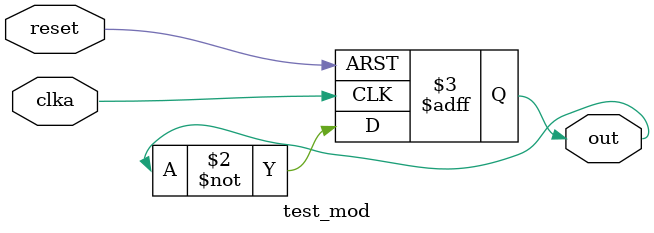
<source format=v>
module test_mod (reset,clka,out);
input reset;
input clka;
output out;
reg out;
always @(posedge clka or posedge reset)
  if(reset)
     out = 0;
  else
     out = ~out;
endmodule
</source>
